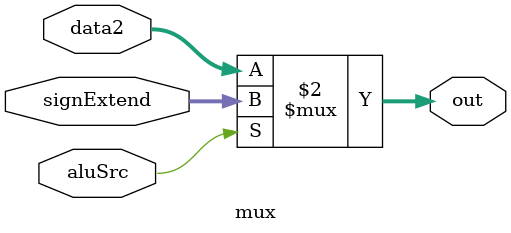
<source format=v>
`timescale 1ns / 1ps


module mux(input aluSrc,
           input [31:0] data2,
           input [31:0] signExtend,
           output [31:0] out);
    assign out = aluSrc == 1?signExtend:data2;
endmodule

</source>
